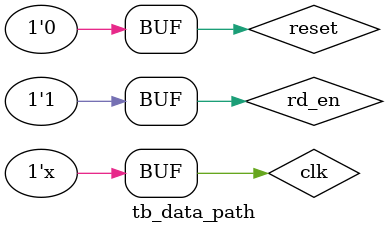
<source format=v>
`timescale 1ns/1ps

module tb_data_path #(
    parameter INST_WIDTH = 32,
    parameter DATA_WIDTH = 32,
    parameter REG_WIDTH = 5,
    parameter SHIFT = 2,
    parameter MEM_SIZE = 16
) (

);

reg clk;
reg reset;
reg rd_en;
wire [DATA_WIDTH-1:0] alu_result;

always #5 clk = ~clk;

data_path #(
    .INST_WIDTH(INST_WIDTH),
    .DATA_WIDTH(DATA_WIDTH),
    .REG_WIDTH(REG_WIDTH),
    .SHIFT(SHIFT),
    .MEM_SIZE(MEM_SIZE)
) DUT (
    .clk(clk),
    .reset(reset),
    .rd_en(rd_en),
    .alu_result(alu_result)
);

initial
begin
    clk = 0;
    reset = 1;
    rd_en = 1;
    #12 reset = 0;
end

endmodule

</source>
